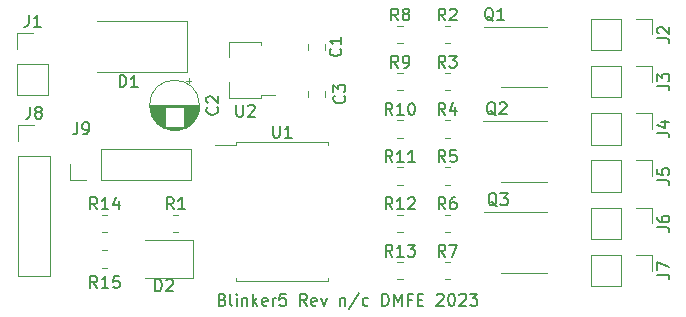
<source format=gbr>
%TF.GenerationSoftware,KiCad,Pcbnew,7.0.9*%
%TF.CreationDate,2023-12-22T17:01:32-08:00*%
%TF.ProjectId,Blinker5,426c696e-6b65-4723-952e-6b696361645f,n/c*%
%TF.SameCoordinates,Original*%
%TF.FileFunction,Legend,Top*%
%TF.FilePolarity,Positive*%
%FSLAX46Y46*%
G04 Gerber Fmt 4.6, Leading zero omitted, Abs format (unit mm)*
G04 Created by KiCad (PCBNEW 7.0.9) date 2023-12-22 17:01:32*
%MOMM*%
%LPD*%
G01*
G04 APERTURE LIST*
%ADD10C,0.150000*%
%ADD11C,0.120000*%
G04 APERTURE END LIST*
D10*
X124970112Y-84446009D02*
X125112969Y-84493628D01*
X125112969Y-84493628D02*
X125160588Y-84541247D01*
X125160588Y-84541247D02*
X125208207Y-84636485D01*
X125208207Y-84636485D02*
X125208207Y-84779342D01*
X125208207Y-84779342D02*
X125160588Y-84874580D01*
X125160588Y-84874580D02*
X125112969Y-84922200D01*
X125112969Y-84922200D02*
X125017731Y-84969819D01*
X125017731Y-84969819D02*
X124636779Y-84969819D01*
X124636779Y-84969819D02*
X124636779Y-83969819D01*
X124636779Y-83969819D02*
X124970112Y-83969819D01*
X124970112Y-83969819D02*
X125065350Y-84017438D01*
X125065350Y-84017438D02*
X125112969Y-84065057D01*
X125112969Y-84065057D02*
X125160588Y-84160295D01*
X125160588Y-84160295D02*
X125160588Y-84255533D01*
X125160588Y-84255533D02*
X125112969Y-84350771D01*
X125112969Y-84350771D02*
X125065350Y-84398390D01*
X125065350Y-84398390D02*
X124970112Y-84446009D01*
X124970112Y-84446009D02*
X124636779Y-84446009D01*
X125779636Y-84969819D02*
X125684398Y-84922200D01*
X125684398Y-84922200D02*
X125636779Y-84826961D01*
X125636779Y-84826961D02*
X125636779Y-83969819D01*
X126160589Y-84969819D02*
X126160589Y-84303152D01*
X126160589Y-83969819D02*
X126112970Y-84017438D01*
X126112970Y-84017438D02*
X126160589Y-84065057D01*
X126160589Y-84065057D02*
X126208208Y-84017438D01*
X126208208Y-84017438D02*
X126160589Y-83969819D01*
X126160589Y-83969819D02*
X126160589Y-84065057D01*
X126636779Y-84303152D02*
X126636779Y-84969819D01*
X126636779Y-84398390D02*
X126684398Y-84350771D01*
X126684398Y-84350771D02*
X126779636Y-84303152D01*
X126779636Y-84303152D02*
X126922493Y-84303152D01*
X126922493Y-84303152D02*
X127017731Y-84350771D01*
X127017731Y-84350771D02*
X127065350Y-84446009D01*
X127065350Y-84446009D02*
X127065350Y-84969819D01*
X127541541Y-84969819D02*
X127541541Y-83969819D01*
X127636779Y-84588866D02*
X127922493Y-84969819D01*
X127922493Y-84303152D02*
X127541541Y-84684104D01*
X128732017Y-84922200D02*
X128636779Y-84969819D01*
X128636779Y-84969819D02*
X128446303Y-84969819D01*
X128446303Y-84969819D02*
X128351065Y-84922200D01*
X128351065Y-84922200D02*
X128303446Y-84826961D01*
X128303446Y-84826961D02*
X128303446Y-84446009D01*
X128303446Y-84446009D02*
X128351065Y-84350771D01*
X128351065Y-84350771D02*
X128446303Y-84303152D01*
X128446303Y-84303152D02*
X128636779Y-84303152D01*
X128636779Y-84303152D02*
X128732017Y-84350771D01*
X128732017Y-84350771D02*
X128779636Y-84446009D01*
X128779636Y-84446009D02*
X128779636Y-84541247D01*
X128779636Y-84541247D02*
X128303446Y-84636485D01*
X129208208Y-84969819D02*
X129208208Y-84303152D01*
X129208208Y-84493628D02*
X129255827Y-84398390D01*
X129255827Y-84398390D02*
X129303446Y-84350771D01*
X129303446Y-84350771D02*
X129398684Y-84303152D01*
X129398684Y-84303152D02*
X129493922Y-84303152D01*
X130303446Y-83969819D02*
X129827256Y-83969819D01*
X129827256Y-83969819D02*
X129779637Y-84446009D01*
X129779637Y-84446009D02*
X129827256Y-84398390D01*
X129827256Y-84398390D02*
X129922494Y-84350771D01*
X129922494Y-84350771D02*
X130160589Y-84350771D01*
X130160589Y-84350771D02*
X130255827Y-84398390D01*
X130255827Y-84398390D02*
X130303446Y-84446009D01*
X130303446Y-84446009D02*
X130351065Y-84541247D01*
X130351065Y-84541247D02*
X130351065Y-84779342D01*
X130351065Y-84779342D02*
X130303446Y-84874580D01*
X130303446Y-84874580D02*
X130255827Y-84922200D01*
X130255827Y-84922200D02*
X130160589Y-84969819D01*
X130160589Y-84969819D02*
X129922494Y-84969819D01*
X129922494Y-84969819D02*
X129827256Y-84922200D01*
X129827256Y-84922200D02*
X129779637Y-84874580D01*
X132112970Y-84969819D02*
X131779637Y-84493628D01*
X131541542Y-84969819D02*
X131541542Y-83969819D01*
X131541542Y-83969819D02*
X131922494Y-83969819D01*
X131922494Y-83969819D02*
X132017732Y-84017438D01*
X132017732Y-84017438D02*
X132065351Y-84065057D01*
X132065351Y-84065057D02*
X132112970Y-84160295D01*
X132112970Y-84160295D02*
X132112970Y-84303152D01*
X132112970Y-84303152D02*
X132065351Y-84398390D01*
X132065351Y-84398390D02*
X132017732Y-84446009D01*
X132017732Y-84446009D02*
X131922494Y-84493628D01*
X131922494Y-84493628D02*
X131541542Y-84493628D01*
X132922494Y-84922200D02*
X132827256Y-84969819D01*
X132827256Y-84969819D02*
X132636780Y-84969819D01*
X132636780Y-84969819D02*
X132541542Y-84922200D01*
X132541542Y-84922200D02*
X132493923Y-84826961D01*
X132493923Y-84826961D02*
X132493923Y-84446009D01*
X132493923Y-84446009D02*
X132541542Y-84350771D01*
X132541542Y-84350771D02*
X132636780Y-84303152D01*
X132636780Y-84303152D02*
X132827256Y-84303152D01*
X132827256Y-84303152D02*
X132922494Y-84350771D01*
X132922494Y-84350771D02*
X132970113Y-84446009D01*
X132970113Y-84446009D02*
X132970113Y-84541247D01*
X132970113Y-84541247D02*
X132493923Y-84636485D01*
X133303447Y-84303152D02*
X133541542Y-84969819D01*
X133541542Y-84969819D02*
X133779637Y-84303152D01*
X134922495Y-84303152D02*
X134922495Y-84969819D01*
X134922495Y-84398390D02*
X134970114Y-84350771D01*
X134970114Y-84350771D02*
X135065352Y-84303152D01*
X135065352Y-84303152D02*
X135208209Y-84303152D01*
X135208209Y-84303152D02*
X135303447Y-84350771D01*
X135303447Y-84350771D02*
X135351066Y-84446009D01*
X135351066Y-84446009D02*
X135351066Y-84969819D01*
X136541542Y-83922200D02*
X135684400Y-85207914D01*
X137303447Y-84922200D02*
X137208209Y-84969819D01*
X137208209Y-84969819D02*
X137017733Y-84969819D01*
X137017733Y-84969819D02*
X136922495Y-84922200D01*
X136922495Y-84922200D02*
X136874876Y-84874580D01*
X136874876Y-84874580D02*
X136827257Y-84779342D01*
X136827257Y-84779342D02*
X136827257Y-84493628D01*
X136827257Y-84493628D02*
X136874876Y-84398390D01*
X136874876Y-84398390D02*
X136922495Y-84350771D01*
X136922495Y-84350771D02*
X137017733Y-84303152D01*
X137017733Y-84303152D02*
X137208209Y-84303152D01*
X137208209Y-84303152D02*
X137303447Y-84350771D01*
X138493924Y-84969819D02*
X138493924Y-83969819D01*
X138493924Y-83969819D02*
X138732019Y-83969819D01*
X138732019Y-83969819D02*
X138874876Y-84017438D01*
X138874876Y-84017438D02*
X138970114Y-84112676D01*
X138970114Y-84112676D02*
X139017733Y-84207914D01*
X139017733Y-84207914D02*
X139065352Y-84398390D01*
X139065352Y-84398390D02*
X139065352Y-84541247D01*
X139065352Y-84541247D02*
X139017733Y-84731723D01*
X139017733Y-84731723D02*
X138970114Y-84826961D01*
X138970114Y-84826961D02*
X138874876Y-84922200D01*
X138874876Y-84922200D02*
X138732019Y-84969819D01*
X138732019Y-84969819D02*
X138493924Y-84969819D01*
X139493924Y-84969819D02*
X139493924Y-83969819D01*
X139493924Y-83969819D02*
X139827257Y-84684104D01*
X139827257Y-84684104D02*
X140160590Y-83969819D01*
X140160590Y-83969819D02*
X140160590Y-84969819D01*
X140970114Y-84446009D02*
X140636781Y-84446009D01*
X140636781Y-84969819D02*
X140636781Y-83969819D01*
X140636781Y-83969819D02*
X141112971Y-83969819D01*
X141493924Y-84446009D02*
X141827257Y-84446009D01*
X141970114Y-84969819D02*
X141493924Y-84969819D01*
X141493924Y-84969819D02*
X141493924Y-83969819D01*
X141493924Y-83969819D02*
X141970114Y-83969819D01*
X143112972Y-84065057D02*
X143160591Y-84017438D01*
X143160591Y-84017438D02*
X143255829Y-83969819D01*
X143255829Y-83969819D02*
X143493924Y-83969819D01*
X143493924Y-83969819D02*
X143589162Y-84017438D01*
X143589162Y-84017438D02*
X143636781Y-84065057D01*
X143636781Y-84065057D02*
X143684400Y-84160295D01*
X143684400Y-84160295D02*
X143684400Y-84255533D01*
X143684400Y-84255533D02*
X143636781Y-84398390D01*
X143636781Y-84398390D02*
X143065353Y-84969819D01*
X143065353Y-84969819D02*
X143684400Y-84969819D01*
X144303448Y-83969819D02*
X144398686Y-83969819D01*
X144398686Y-83969819D02*
X144493924Y-84017438D01*
X144493924Y-84017438D02*
X144541543Y-84065057D01*
X144541543Y-84065057D02*
X144589162Y-84160295D01*
X144589162Y-84160295D02*
X144636781Y-84350771D01*
X144636781Y-84350771D02*
X144636781Y-84588866D01*
X144636781Y-84588866D02*
X144589162Y-84779342D01*
X144589162Y-84779342D02*
X144541543Y-84874580D01*
X144541543Y-84874580D02*
X144493924Y-84922200D01*
X144493924Y-84922200D02*
X144398686Y-84969819D01*
X144398686Y-84969819D02*
X144303448Y-84969819D01*
X144303448Y-84969819D02*
X144208210Y-84922200D01*
X144208210Y-84922200D02*
X144160591Y-84874580D01*
X144160591Y-84874580D02*
X144112972Y-84779342D01*
X144112972Y-84779342D02*
X144065353Y-84588866D01*
X144065353Y-84588866D02*
X144065353Y-84350771D01*
X144065353Y-84350771D02*
X144112972Y-84160295D01*
X144112972Y-84160295D02*
X144160591Y-84065057D01*
X144160591Y-84065057D02*
X144208210Y-84017438D01*
X144208210Y-84017438D02*
X144303448Y-83969819D01*
X145017734Y-84065057D02*
X145065353Y-84017438D01*
X145065353Y-84017438D02*
X145160591Y-83969819D01*
X145160591Y-83969819D02*
X145398686Y-83969819D01*
X145398686Y-83969819D02*
X145493924Y-84017438D01*
X145493924Y-84017438D02*
X145541543Y-84065057D01*
X145541543Y-84065057D02*
X145589162Y-84160295D01*
X145589162Y-84160295D02*
X145589162Y-84255533D01*
X145589162Y-84255533D02*
X145541543Y-84398390D01*
X145541543Y-84398390D02*
X144970115Y-84969819D01*
X144970115Y-84969819D02*
X145589162Y-84969819D01*
X145922496Y-83969819D02*
X146541543Y-83969819D01*
X146541543Y-83969819D02*
X146208210Y-84350771D01*
X146208210Y-84350771D02*
X146351067Y-84350771D01*
X146351067Y-84350771D02*
X146446305Y-84398390D01*
X146446305Y-84398390D02*
X146493924Y-84446009D01*
X146493924Y-84446009D02*
X146541543Y-84541247D01*
X146541543Y-84541247D02*
X146541543Y-84779342D01*
X146541543Y-84779342D02*
X146493924Y-84874580D01*
X146493924Y-84874580D02*
X146446305Y-84922200D01*
X146446305Y-84922200D02*
X146351067Y-84969819D01*
X146351067Y-84969819D02*
X146065353Y-84969819D01*
X146065353Y-84969819D02*
X145970115Y-84922200D01*
X145970115Y-84922200D02*
X145922496Y-84874580D01*
X126138095Y-67954819D02*
X126138095Y-68764342D01*
X126138095Y-68764342D02*
X126185714Y-68859580D01*
X126185714Y-68859580D02*
X126233333Y-68907200D01*
X126233333Y-68907200D02*
X126328571Y-68954819D01*
X126328571Y-68954819D02*
X126519047Y-68954819D01*
X126519047Y-68954819D02*
X126614285Y-68907200D01*
X126614285Y-68907200D02*
X126661904Y-68859580D01*
X126661904Y-68859580D02*
X126709523Y-68764342D01*
X126709523Y-68764342D02*
X126709523Y-67954819D01*
X127138095Y-68050057D02*
X127185714Y-68002438D01*
X127185714Y-68002438D02*
X127280952Y-67954819D01*
X127280952Y-67954819D02*
X127519047Y-67954819D01*
X127519047Y-67954819D02*
X127614285Y-68002438D01*
X127614285Y-68002438D02*
X127661904Y-68050057D01*
X127661904Y-68050057D02*
X127709523Y-68145295D01*
X127709523Y-68145295D02*
X127709523Y-68240533D01*
X127709523Y-68240533D02*
X127661904Y-68383390D01*
X127661904Y-68383390D02*
X127090476Y-68954819D01*
X127090476Y-68954819D02*
X127709523Y-68954819D01*
X129238095Y-69734819D02*
X129238095Y-70544342D01*
X129238095Y-70544342D02*
X129285714Y-70639580D01*
X129285714Y-70639580D02*
X129333333Y-70687200D01*
X129333333Y-70687200D02*
X129428571Y-70734819D01*
X129428571Y-70734819D02*
X129619047Y-70734819D01*
X129619047Y-70734819D02*
X129714285Y-70687200D01*
X129714285Y-70687200D02*
X129761904Y-70639580D01*
X129761904Y-70639580D02*
X129809523Y-70544342D01*
X129809523Y-70544342D02*
X129809523Y-69734819D01*
X130809523Y-70734819D02*
X130238095Y-70734819D01*
X130523809Y-70734819D02*
X130523809Y-69734819D01*
X130523809Y-69734819D02*
X130428571Y-69877676D01*
X130428571Y-69877676D02*
X130333333Y-69972914D01*
X130333333Y-69972914D02*
X130238095Y-70020533D01*
X114357142Y-83454819D02*
X114023809Y-82978628D01*
X113785714Y-83454819D02*
X113785714Y-82454819D01*
X113785714Y-82454819D02*
X114166666Y-82454819D01*
X114166666Y-82454819D02*
X114261904Y-82502438D01*
X114261904Y-82502438D02*
X114309523Y-82550057D01*
X114309523Y-82550057D02*
X114357142Y-82645295D01*
X114357142Y-82645295D02*
X114357142Y-82788152D01*
X114357142Y-82788152D02*
X114309523Y-82883390D01*
X114309523Y-82883390D02*
X114261904Y-82931009D01*
X114261904Y-82931009D02*
X114166666Y-82978628D01*
X114166666Y-82978628D02*
X113785714Y-82978628D01*
X115309523Y-83454819D02*
X114738095Y-83454819D01*
X115023809Y-83454819D02*
X115023809Y-82454819D01*
X115023809Y-82454819D02*
X114928571Y-82597676D01*
X114928571Y-82597676D02*
X114833333Y-82692914D01*
X114833333Y-82692914D02*
X114738095Y-82740533D01*
X116214285Y-82454819D02*
X115738095Y-82454819D01*
X115738095Y-82454819D02*
X115690476Y-82931009D01*
X115690476Y-82931009D02*
X115738095Y-82883390D01*
X115738095Y-82883390D02*
X115833333Y-82835771D01*
X115833333Y-82835771D02*
X116071428Y-82835771D01*
X116071428Y-82835771D02*
X116166666Y-82883390D01*
X116166666Y-82883390D02*
X116214285Y-82931009D01*
X116214285Y-82931009D02*
X116261904Y-83026247D01*
X116261904Y-83026247D02*
X116261904Y-83264342D01*
X116261904Y-83264342D02*
X116214285Y-83359580D01*
X116214285Y-83359580D02*
X116166666Y-83407200D01*
X116166666Y-83407200D02*
X116071428Y-83454819D01*
X116071428Y-83454819D02*
X115833333Y-83454819D01*
X115833333Y-83454819D02*
X115738095Y-83407200D01*
X115738095Y-83407200D02*
X115690476Y-83359580D01*
X114357142Y-76804819D02*
X114023809Y-76328628D01*
X113785714Y-76804819D02*
X113785714Y-75804819D01*
X113785714Y-75804819D02*
X114166666Y-75804819D01*
X114166666Y-75804819D02*
X114261904Y-75852438D01*
X114261904Y-75852438D02*
X114309523Y-75900057D01*
X114309523Y-75900057D02*
X114357142Y-75995295D01*
X114357142Y-75995295D02*
X114357142Y-76138152D01*
X114357142Y-76138152D02*
X114309523Y-76233390D01*
X114309523Y-76233390D02*
X114261904Y-76281009D01*
X114261904Y-76281009D02*
X114166666Y-76328628D01*
X114166666Y-76328628D02*
X113785714Y-76328628D01*
X115309523Y-76804819D02*
X114738095Y-76804819D01*
X115023809Y-76804819D02*
X115023809Y-75804819D01*
X115023809Y-75804819D02*
X114928571Y-75947676D01*
X114928571Y-75947676D02*
X114833333Y-76042914D01*
X114833333Y-76042914D02*
X114738095Y-76090533D01*
X116166666Y-76138152D02*
X116166666Y-76804819D01*
X115928571Y-75757200D02*
X115690476Y-76471485D01*
X115690476Y-76471485D02*
X116309523Y-76471485D01*
X139357142Y-80804819D02*
X139023809Y-80328628D01*
X138785714Y-80804819D02*
X138785714Y-79804819D01*
X138785714Y-79804819D02*
X139166666Y-79804819D01*
X139166666Y-79804819D02*
X139261904Y-79852438D01*
X139261904Y-79852438D02*
X139309523Y-79900057D01*
X139309523Y-79900057D02*
X139357142Y-79995295D01*
X139357142Y-79995295D02*
X139357142Y-80138152D01*
X139357142Y-80138152D02*
X139309523Y-80233390D01*
X139309523Y-80233390D02*
X139261904Y-80281009D01*
X139261904Y-80281009D02*
X139166666Y-80328628D01*
X139166666Y-80328628D02*
X138785714Y-80328628D01*
X140309523Y-80804819D02*
X139738095Y-80804819D01*
X140023809Y-80804819D02*
X140023809Y-79804819D01*
X140023809Y-79804819D02*
X139928571Y-79947676D01*
X139928571Y-79947676D02*
X139833333Y-80042914D01*
X139833333Y-80042914D02*
X139738095Y-80090533D01*
X140642857Y-79804819D02*
X141261904Y-79804819D01*
X141261904Y-79804819D02*
X140928571Y-80185771D01*
X140928571Y-80185771D02*
X141071428Y-80185771D01*
X141071428Y-80185771D02*
X141166666Y-80233390D01*
X141166666Y-80233390D02*
X141214285Y-80281009D01*
X141214285Y-80281009D02*
X141261904Y-80376247D01*
X141261904Y-80376247D02*
X141261904Y-80614342D01*
X141261904Y-80614342D02*
X141214285Y-80709580D01*
X141214285Y-80709580D02*
X141166666Y-80757200D01*
X141166666Y-80757200D02*
X141071428Y-80804819D01*
X141071428Y-80804819D02*
X140785714Y-80804819D01*
X140785714Y-80804819D02*
X140690476Y-80757200D01*
X140690476Y-80757200D02*
X140642857Y-80709580D01*
X139357142Y-76804819D02*
X139023809Y-76328628D01*
X138785714Y-76804819D02*
X138785714Y-75804819D01*
X138785714Y-75804819D02*
X139166666Y-75804819D01*
X139166666Y-75804819D02*
X139261904Y-75852438D01*
X139261904Y-75852438D02*
X139309523Y-75900057D01*
X139309523Y-75900057D02*
X139357142Y-75995295D01*
X139357142Y-75995295D02*
X139357142Y-76138152D01*
X139357142Y-76138152D02*
X139309523Y-76233390D01*
X139309523Y-76233390D02*
X139261904Y-76281009D01*
X139261904Y-76281009D02*
X139166666Y-76328628D01*
X139166666Y-76328628D02*
X138785714Y-76328628D01*
X140309523Y-76804819D02*
X139738095Y-76804819D01*
X140023809Y-76804819D02*
X140023809Y-75804819D01*
X140023809Y-75804819D02*
X139928571Y-75947676D01*
X139928571Y-75947676D02*
X139833333Y-76042914D01*
X139833333Y-76042914D02*
X139738095Y-76090533D01*
X140690476Y-75900057D02*
X140738095Y-75852438D01*
X140738095Y-75852438D02*
X140833333Y-75804819D01*
X140833333Y-75804819D02*
X141071428Y-75804819D01*
X141071428Y-75804819D02*
X141166666Y-75852438D01*
X141166666Y-75852438D02*
X141214285Y-75900057D01*
X141214285Y-75900057D02*
X141261904Y-75995295D01*
X141261904Y-75995295D02*
X141261904Y-76090533D01*
X141261904Y-76090533D02*
X141214285Y-76233390D01*
X141214285Y-76233390D02*
X140642857Y-76804819D01*
X140642857Y-76804819D02*
X141261904Y-76804819D01*
X139357142Y-72804819D02*
X139023809Y-72328628D01*
X138785714Y-72804819D02*
X138785714Y-71804819D01*
X138785714Y-71804819D02*
X139166666Y-71804819D01*
X139166666Y-71804819D02*
X139261904Y-71852438D01*
X139261904Y-71852438D02*
X139309523Y-71900057D01*
X139309523Y-71900057D02*
X139357142Y-71995295D01*
X139357142Y-71995295D02*
X139357142Y-72138152D01*
X139357142Y-72138152D02*
X139309523Y-72233390D01*
X139309523Y-72233390D02*
X139261904Y-72281009D01*
X139261904Y-72281009D02*
X139166666Y-72328628D01*
X139166666Y-72328628D02*
X138785714Y-72328628D01*
X140309523Y-72804819D02*
X139738095Y-72804819D01*
X140023809Y-72804819D02*
X140023809Y-71804819D01*
X140023809Y-71804819D02*
X139928571Y-71947676D01*
X139928571Y-71947676D02*
X139833333Y-72042914D01*
X139833333Y-72042914D02*
X139738095Y-72090533D01*
X141261904Y-72804819D02*
X140690476Y-72804819D01*
X140976190Y-72804819D02*
X140976190Y-71804819D01*
X140976190Y-71804819D02*
X140880952Y-71947676D01*
X140880952Y-71947676D02*
X140785714Y-72042914D01*
X140785714Y-72042914D02*
X140690476Y-72090533D01*
X139357142Y-68804819D02*
X139023809Y-68328628D01*
X138785714Y-68804819D02*
X138785714Y-67804819D01*
X138785714Y-67804819D02*
X139166666Y-67804819D01*
X139166666Y-67804819D02*
X139261904Y-67852438D01*
X139261904Y-67852438D02*
X139309523Y-67900057D01*
X139309523Y-67900057D02*
X139357142Y-67995295D01*
X139357142Y-67995295D02*
X139357142Y-68138152D01*
X139357142Y-68138152D02*
X139309523Y-68233390D01*
X139309523Y-68233390D02*
X139261904Y-68281009D01*
X139261904Y-68281009D02*
X139166666Y-68328628D01*
X139166666Y-68328628D02*
X138785714Y-68328628D01*
X140309523Y-68804819D02*
X139738095Y-68804819D01*
X140023809Y-68804819D02*
X140023809Y-67804819D01*
X140023809Y-67804819D02*
X139928571Y-67947676D01*
X139928571Y-67947676D02*
X139833333Y-68042914D01*
X139833333Y-68042914D02*
X139738095Y-68090533D01*
X140928571Y-67804819D02*
X141023809Y-67804819D01*
X141023809Y-67804819D02*
X141119047Y-67852438D01*
X141119047Y-67852438D02*
X141166666Y-67900057D01*
X141166666Y-67900057D02*
X141214285Y-67995295D01*
X141214285Y-67995295D02*
X141261904Y-68185771D01*
X141261904Y-68185771D02*
X141261904Y-68423866D01*
X141261904Y-68423866D02*
X141214285Y-68614342D01*
X141214285Y-68614342D02*
X141166666Y-68709580D01*
X141166666Y-68709580D02*
X141119047Y-68757200D01*
X141119047Y-68757200D02*
X141023809Y-68804819D01*
X141023809Y-68804819D02*
X140928571Y-68804819D01*
X140928571Y-68804819D02*
X140833333Y-68757200D01*
X140833333Y-68757200D02*
X140785714Y-68709580D01*
X140785714Y-68709580D02*
X140738095Y-68614342D01*
X140738095Y-68614342D02*
X140690476Y-68423866D01*
X140690476Y-68423866D02*
X140690476Y-68185771D01*
X140690476Y-68185771D02*
X140738095Y-67995295D01*
X140738095Y-67995295D02*
X140785714Y-67900057D01*
X140785714Y-67900057D02*
X140833333Y-67852438D01*
X140833333Y-67852438D02*
X140928571Y-67804819D01*
X139833333Y-64804819D02*
X139500000Y-64328628D01*
X139261905Y-64804819D02*
X139261905Y-63804819D01*
X139261905Y-63804819D02*
X139642857Y-63804819D01*
X139642857Y-63804819D02*
X139738095Y-63852438D01*
X139738095Y-63852438D02*
X139785714Y-63900057D01*
X139785714Y-63900057D02*
X139833333Y-63995295D01*
X139833333Y-63995295D02*
X139833333Y-64138152D01*
X139833333Y-64138152D02*
X139785714Y-64233390D01*
X139785714Y-64233390D02*
X139738095Y-64281009D01*
X139738095Y-64281009D02*
X139642857Y-64328628D01*
X139642857Y-64328628D02*
X139261905Y-64328628D01*
X140309524Y-64804819D02*
X140500000Y-64804819D01*
X140500000Y-64804819D02*
X140595238Y-64757200D01*
X140595238Y-64757200D02*
X140642857Y-64709580D01*
X140642857Y-64709580D02*
X140738095Y-64566723D01*
X140738095Y-64566723D02*
X140785714Y-64376247D01*
X140785714Y-64376247D02*
X140785714Y-63995295D01*
X140785714Y-63995295D02*
X140738095Y-63900057D01*
X140738095Y-63900057D02*
X140690476Y-63852438D01*
X140690476Y-63852438D02*
X140595238Y-63804819D01*
X140595238Y-63804819D02*
X140404762Y-63804819D01*
X140404762Y-63804819D02*
X140309524Y-63852438D01*
X140309524Y-63852438D02*
X140261905Y-63900057D01*
X140261905Y-63900057D02*
X140214286Y-63995295D01*
X140214286Y-63995295D02*
X140214286Y-64233390D01*
X140214286Y-64233390D02*
X140261905Y-64328628D01*
X140261905Y-64328628D02*
X140309524Y-64376247D01*
X140309524Y-64376247D02*
X140404762Y-64423866D01*
X140404762Y-64423866D02*
X140595238Y-64423866D01*
X140595238Y-64423866D02*
X140690476Y-64376247D01*
X140690476Y-64376247D02*
X140738095Y-64328628D01*
X140738095Y-64328628D02*
X140785714Y-64233390D01*
X139833333Y-60804819D02*
X139500000Y-60328628D01*
X139261905Y-60804819D02*
X139261905Y-59804819D01*
X139261905Y-59804819D02*
X139642857Y-59804819D01*
X139642857Y-59804819D02*
X139738095Y-59852438D01*
X139738095Y-59852438D02*
X139785714Y-59900057D01*
X139785714Y-59900057D02*
X139833333Y-59995295D01*
X139833333Y-59995295D02*
X139833333Y-60138152D01*
X139833333Y-60138152D02*
X139785714Y-60233390D01*
X139785714Y-60233390D02*
X139738095Y-60281009D01*
X139738095Y-60281009D02*
X139642857Y-60328628D01*
X139642857Y-60328628D02*
X139261905Y-60328628D01*
X140404762Y-60233390D02*
X140309524Y-60185771D01*
X140309524Y-60185771D02*
X140261905Y-60138152D01*
X140261905Y-60138152D02*
X140214286Y-60042914D01*
X140214286Y-60042914D02*
X140214286Y-59995295D01*
X140214286Y-59995295D02*
X140261905Y-59900057D01*
X140261905Y-59900057D02*
X140309524Y-59852438D01*
X140309524Y-59852438D02*
X140404762Y-59804819D01*
X140404762Y-59804819D02*
X140595238Y-59804819D01*
X140595238Y-59804819D02*
X140690476Y-59852438D01*
X140690476Y-59852438D02*
X140738095Y-59900057D01*
X140738095Y-59900057D02*
X140785714Y-59995295D01*
X140785714Y-59995295D02*
X140785714Y-60042914D01*
X140785714Y-60042914D02*
X140738095Y-60138152D01*
X140738095Y-60138152D02*
X140690476Y-60185771D01*
X140690476Y-60185771D02*
X140595238Y-60233390D01*
X140595238Y-60233390D02*
X140404762Y-60233390D01*
X140404762Y-60233390D02*
X140309524Y-60281009D01*
X140309524Y-60281009D02*
X140261905Y-60328628D01*
X140261905Y-60328628D02*
X140214286Y-60423866D01*
X140214286Y-60423866D02*
X140214286Y-60614342D01*
X140214286Y-60614342D02*
X140261905Y-60709580D01*
X140261905Y-60709580D02*
X140309524Y-60757200D01*
X140309524Y-60757200D02*
X140404762Y-60804819D01*
X140404762Y-60804819D02*
X140595238Y-60804819D01*
X140595238Y-60804819D02*
X140690476Y-60757200D01*
X140690476Y-60757200D02*
X140738095Y-60709580D01*
X140738095Y-60709580D02*
X140785714Y-60614342D01*
X140785714Y-60614342D02*
X140785714Y-60423866D01*
X140785714Y-60423866D02*
X140738095Y-60328628D01*
X140738095Y-60328628D02*
X140690476Y-60281009D01*
X140690476Y-60281009D02*
X140595238Y-60233390D01*
X143833333Y-80804819D02*
X143500000Y-80328628D01*
X143261905Y-80804819D02*
X143261905Y-79804819D01*
X143261905Y-79804819D02*
X143642857Y-79804819D01*
X143642857Y-79804819D02*
X143738095Y-79852438D01*
X143738095Y-79852438D02*
X143785714Y-79900057D01*
X143785714Y-79900057D02*
X143833333Y-79995295D01*
X143833333Y-79995295D02*
X143833333Y-80138152D01*
X143833333Y-80138152D02*
X143785714Y-80233390D01*
X143785714Y-80233390D02*
X143738095Y-80281009D01*
X143738095Y-80281009D02*
X143642857Y-80328628D01*
X143642857Y-80328628D02*
X143261905Y-80328628D01*
X144166667Y-79804819D02*
X144833333Y-79804819D01*
X144833333Y-79804819D02*
X144404762Y-80804819D01*
X143833333Y-76804819D02*
X143500000Y-76328628D01*
X143261905Y-76804819D02*
X143261905Y-75804819D01*
X143261905Y-75804819D02*
X143642857Y-75804819D01*
X143642857Y-75804819D02*
X143738095Y-75852438D01*
X143738095Y-75852438D02*
X143785714Y-75900057D01*
X143785714Y-75900057D02*
X143833333Y-75995295D01*
X143833333Y-75995295D02*
X143833333Y-76138152D01*
X143833333Y-76138152D02*
X143785714Y-76233390D01*
X143785714Y-76233390D02*
X143738095Y-76281009D01*
X143738095Y-76281009D02*
X143642857Y-76328628D01*
X143642857Y-76328628D02*
X143261905Y-76328628D01*
X144690476Y-75804819D02*
X144500000Y-75804819D01*
X144500000Y-75804819D02*
X144404762Y-75852438D01*
X144404762Y-75852438D02*
X144357143Y-75900057D01*
X144357143Y-75900057D02*
X144261905Y-76042914D01*
X144261905Y-76042914D02*
X144214286Y-76233390D01*
X144214286Y-76233390D02*
X144214286Y-76614342D01*
X144214286Y-76614342D02*
X144261905Y-76709580D01*
X144261905Y-76709580D02*
X144309524Y-76757200D01*
X144309524Y-76757200D02*
X144404762Y-76804819D01*
X144404762Y-76804819D02*
X144595238Y-76804819D01*
X144595238Y-76804819D02*
X144690476Y-76757200D01*
X144690476Y-76757200D02*
X144738095Y-76709580D01*
X144738095Y-76709580D02*
X144785714Y-76614342D01*
X144785714Y-76614342D02*
X144785714Y-76376247D01*
X144785714Y-76376247D02*
X144738095Y-76281009D01*
X144738095Y-76281009D02*
X144690476Y-76233390D01*
X144690476Y-76233390D02*
X144595238Y-76185771D01*
X144595238Y-76185771D02*
X144404762Y-76185771D01*
X144404762Y-76185771D02*
X144309524Y-76233390D01*
X144309524Y-76233390D02*
X144261905Y-76281009D01*
X144261905Y-76281009D02*
X144214286Y-76376247D01*
X143833333Y-72804819D02*
X143500000Y-72328628D01*
X143261905Y-72804819D02*
X143261905Y-71804819D01*
X143261905Y-71804819D02*
X143642857Y-71804819D01*
X143642857Y-71804819D02*
X143738095Y-71852438D01*
X143738095Y-71852438D02*
X143785714Y-71900057D01*
X143785714Y-71900057D02*
X143833333Y-71995295D01*
X143833333Y-71995295D02*
X143833333Y-72138152D01*
X143833333Y-72138152D02*
X143785714Y-72233390D01*
X143785714Y-72233390D02*
X143738095Y-72281009D01*
X143738095Y-72281009D02*
X143642857Y-72328628D01*
X143642857Y-72328628D02*
X143261905Y-72328628D01*
X144738095Y-71804819D02*
X144261905Y-71804819D01*
X144261905Y-71804819D02*
X144214286Y-72281009D01*
X144214286Y-72281009D02*
X144261905Y-72233390D01*
X144261905Y-72233390D02*
X144357143Y-72185771D01*
X144357143Y-72185771D02*
X144595238Y-72185771D01*
X144595238Y-72185771D02*
X144690476Y-72233390D01*
X144690476Y-72233390D02*
X144738095Y-72281009D01*
X144738095Y-72281009D02*
X144785714Y-72376247D01*
X144785714Y-72376247D02*
X144785714Y-72614342D01*
X144785714Y-72614342D02*
X144738095Y-72709580D01*
X144738095Y-72709580D02*
X144690476Y-72757200D01*
X144690476Y-72757200D02*
X144595238Y-72804819D01*
X144595238Y-72804819D02*
X144357143Y-72804819D01*
X144357143Y-72804819D02*
X144261905Y-72757200D01*
X144261905Y-72757200D02*
X144214286Y-72709580D01*
X143833333Y-68804819D02*
X143500000Y-68328628D01*
X143261905Y-68804819D02*
X143261905Y-67804819D01*
X143261905Y-67804819D02*
X143642857Y-67804819D01*
X143642857Y-67804819D02*
X143738095Y-67852438D01*
X143738095Y-67852438D02*
X143785714Y-67900057D01*
X143785714Y-67900057D02*
X143833333Y-67995295D01*
X143833333Y-67995295D02*
X143833333Y-68138152D01*
X143833333Y-68138152D02*
X143785714Y-68233390D01*
X143785714Y-68233390D02*
X143738095Y-68281009D01*
X143738095Y-68281009D02*
X143642857Y-68328628D01*
X143642857Y-68328628D02*
X143261905Y-68328628D01*
X144690476Y-68138152D02*
X144690476Y-68804819D01*
X144452381Y-67757200D02*
X144214286Y-68471485D01*
X144214286Y-68471485D02*
X144833333Y-68471485D01*
X143833333Y-64804819D02*
X143500000Y-64328628D01*
X143261905Y-64804819D02*
X143261905Y-63804819D01*
X143261905Y-63804819D02*
X143642857Y-63804819D01*
X143642857Y-63804819D02*
X143738095Y-63852438D01*
X143738095Y-63852438D02*
X143785714Y-63900057D01*
X143785714Y-63900057D02*
X143833333Y-63995295D01*
X143833333Y-63995295D02*
X143833333Y-64138152D01*
X143833333Y-64138152D02*
X143785714Y-64233390D01*
X143785714Y-64233390D02*
X143738095Y-64281009D01*
X143738095Y-64281009D02*
X143642857Y-64328628D01*
X143642857Y-64328628D02*
X143261905Y-64328628D01*
X144166667Y-63804819D02*
X144785714Y-63804819D01*
X144785714Y-63804819D02*
X144452381Y-64185771D01*
X144452381Y-64185771D02*
X144595238Y-64185771D01*
X144595238Y-64185771D02*
X144690476Y-64233390D01*
X144690476Y-64233390D02*
X144738095Y-64281009D01*
X144738095Y-64281009D02*
X144785714Y-64376247D01*
X144785714Y-64376247D02*
X144785714Y-64614342D01*
X144785714Y-64614342D02*
X144738095Y-64709580D01*
X144738095Y-64709580D02*
X144690476Y-64757200D01*
X144690476Y-64757200D02*
X144595238Y-64804819D01*
X144595238Y-64804819D02*
X144309524Y-64804819D01*
X144309524Y-64804819D02*
X144214286Y-64757200D01*
X144214286Y-64757200D02*
X144166667Y-64709580D01*
X143833333Y-60804819D02*
X143500000Y-60328628D01*
X143261905Y-60804819D02*
X143261905Y-59804819D01*
X143261905Y-59804819D02*
X143642857Y-59804819D01*
X143642857Y-59804819D02*
X143738095Y-59852438D01*
X143738095Y-59852438D02*
X143785714Y-59900057D01*
X143785714Y-59900057D02*
X143833333Y-59995295D01*
X143833333Y-59995295D02*
X143833333Y-60138152D01*
X143833333Y-60138152D02*
X143785714Y-60233390D01*
X143785714Y-60233390D02*
X143738095Y-60281009D01*
X143738095Y-60281009D02*
X143642857Y-60328628D01*
X143642857Y-60328628D02*
X143261905Y-60328628D01*
X144214286Y-59900057D02*
X144261905Y-59852438D01*
X144261905Y-59852438D02*
X144357143Y-59804819D01*
X144357143Y-59804819D02*
X144595238Y-59804819D01*
X144595238Y-59804819D02*
X144690476Y-59852438D01*
X144690476Y-59852438D02*
X144738095Y-59900057D01*
X144738095Y-59900057D02*
X144785714Y-59995295D01*
X144785714Y-59995295D02*
X144785714Y-60090533D01*
X144785714Y-60090533D02*
X144738095Y-60233390D01*
X144738095Y-60233390D02*
X144166667Y-60804819D01*
X144166667Y-60804819D02*
X144785714Y-60804819D01*
X120833333Y-76804819D02*
X120500000Y-76328628D01*
X120261905Y-76804819D02*
X120261905Y-75804819D01*
X120261905Y-75804819D02*
X120642857Y-75804819D01*
X120642857Y-75804819D02*
X120738095Y-75852438D01*
X120738095Y-75852438D02*
X120785714Y-75900057D01*
X120785714Y-75900057D02*
X120833333Y-75995295D01*
X120833333Y-75995295D02*
X120833333Y-76138152D01*
X120833333Y-76138152D02*
X120785714Y-76233390D01*
X120785714Y-76233390D02*
X120738095Y-76281009D01*
X120738095Y-76281009D02*
X120642857Y-76328628D01*
X120642857Y-76328628D02*
X120261905Y-76328628D01*
X121785714Y-76804819D02*
X121214286Y-76804819D01*
X121500000Y-76804819D02*
X121500000Y-75804819D01*
X121500000Y-75804819D02*
X121404762Y-75947676D01*
X121404762Y-75947676D02*
X121309524Y-76042914D01*
X121309524Y-76042914D02*
X121214286Y-76090533D01*
X148204761Y-76550057D02*
X148109523Y-76502438D01*
X148109523Y-76502438D02*
X148014285Y-76407200D01*
X148014285Y-76407200D02*
X147871428Y-76264342D01*
X147871428Y-76264342D02*
X147776190Y-76216723D01*
X147776190Y-76216723D02*
X147680952Y-76216723D01*
X147728571Y-76454819D02*
X147633333Y-76407200D01*
X147633333Y-76407200D02*
X147538095Y-76311961D01*
X147538095Y-76311961D02*
X147490476Y-76121485D01*
X147490476Y-76121485D02*
X147490476Y-75788152D01*
X147490476Y-75788152D02*
X147538095Y-75597676D01*
X147538095Y-75597676D02*
X147633333Y-75502438D01*
X147633333Y-75502438D02*
X147728571Y-75454819D01*
X147728571Y-75454819D02*
X147919047Y-75454819D01*
X147919047Y-75454819D02*
X148014285Y-75502438D01*
X148014285Y-75502438D02*
X148109523Y-75597676D01*
X148109523Y-75597676D02*
X148157142Y-75788152D01*
X148157142Y-75788152D02*
X148157142Y-76121485D01*
X148157142Y-76121485D02*
X148109523Y-76311961D01*
X148109523Y-76311961D02*
X148014285Y-76407200D01*
X148014285Y-76407200D02*
X147919047Y-76454819D01*
X147919047Y-76454819D02*
X147728571Y-76454819D01*
X148490476Y-75454819D02*
X149109523Y-75454819D01*
X149109523Y-75454819D02*
X148776190Y-75835771D01*
X148776190Y-75835771D02*
X148919047Y-75835771D01*
X148919047Y-75835771D02*
X149014285Y-75883390D01*
X149014285Y-75883390D02*
X149061904Y-75931009D01*
X149061904Y-75931009D02*
X149109523Y-76026247D01*
X149109523Y-76026247D02*
X149109523Y-76264342D01*
X149109523Y-76264342D02*
X149061904Y-76359580D01*
X149061904Y-76359580D02*
X149014285Y-76407200D01*
X149014285Y-76407200D02*
X148919047Y-76454819D01*
X148919047Y-76454819D02*
X148633333Y-76454819D01*
X148633333Y-76454819D02*
X148538095Y-76407200D01*
X148538095Y-76407200D02*
X148490476Y-76359580D01*
X148104761Y-68850057D02*
X148009523Y-68802438D01*
X148009523Y-68802438D02*
X147914285Y-68707200D01*
X147914285Y-68707200D02*
X147771428Y-68564342D01*
X147771428Y-68564342D02*
X147676190Y-68516723D01*
X147676190Y-68516723D02*
X147580952Y-68516723D01*
X147628571Y-68754819D02*
X147533333Y-68707200D01*
X147533333Y-68707200D02*
X147438095Y-68611961D01*
X147438095Y-68611961D02*
X147390476Y-68421485D01*
X147390476Y-68421485D02*
X147390476Y-68088152D01*
X147390476Y-68088152D02*
X147438095Y-67897676D01*
X147438095Y-67897676D02*
X147533333Y-67802438D01*
X147533333Y-67802438D02*
X147628571Y-67754819D01*
X147628571Y-67754819D02*
X147819047Y-67754819D01*
X147819047Y-67754819D02*
X147914285Y-67802438D01*
X147914285Y-67802438D02*
X148009523Y-67897676D01*
X148009523Y-67897676D02*
X148057142Y-68088152D01*
X148057142Y-68088152D02*
X148057142Y-68421485D01*
X148057142Y-68421485D02*
X148009523Y-68611961D01*
X148009523Y-68611961D02*
X147914285Y-68707200D01*
X147914285Y-68707200D02*
X147819047Y-68754819D01*
X147819047Y-68754819D02*
X147628571Y-68754819D01*
X148438095Y-67850057D02*
X148485714Y-67802438D01*
X148485714Y-67802438D02*
X148580952Y-67754819D01*
X148580952Y-67754819D02*
X148819047Y-67754819D01*
X148819047Y-67754819D02*
X148914285Y-67802438D01*
X148914285Y-67802438D02*
X148961904Y-67850057D01*
X148961904Y-67850057D02*
X149009523Y-67945295D01*
X149009523Y-67945295D02*
X149009523Y-68040533D01*
X149009523Y-68040533D02*
X148961904Y-68183390D01*
X148961904Y-68183390D02*
X148390476Y-68754819D01*
X148390476Y-68754819D02*
X149009523Y-68754819D01*
X147904761Y-60850057D02*
X147809523Y-60802438D01*
X147809523Y-60802438D02*
X147714285Y-60707200D01*
X147714285Y-60707200D02*
X147571428Y-60564342D01*
X147571428Y-60564342D02*
X147476190Y-60516723D01*
X147476190Y-60516723D02*
X147380952Y-60516723D01*
X147428571Y-60754819D02*
X147333333Y-60707200D01*
X147333333Y-60707200D02*
X147238095Y-60611961D01*
X147238095Y-60611961D02*
X147190476Y-60421485D01*
X147190476Y-60421485D02*
X147190476Y-60088152D01*
X147190476Y-60088152D02*
X147238095Y-59897676D01*
X147238095Y-59897676D02*
X147333333Y-59802438D01*
X147333333Y-59802438D02*
X147428571Y-59754819D01*
X147428571Y-59754819D02*
X147619047Y-59754819D01*
X147619047Y-59754819D02*
X147714285Y-59802438D01*
X147714285Y-59802438D02*
X147809523Y-59897676D01*
X147809523Y-59897676D02*
X147857142Y-60088152D01*
X147857142Y-60088152D02*
X147857142Y-60421485D01*
X147857142Y-60421485D02*
X147809523Y-60611961D01*
X147809523Y-60611961D02*
X147714285Y-60707200D01*
X147714285Y-60707200D02*
X147619047Y-60754819D01*
X147619047Y-60754819D02*
X147428571Y-60754819D01*
X148809523Y-60754819D02*
X148238095Y-60754819D01*
X148523809Y-60754819D02*
X148523809Y-59754819D01*
X148523809Y-59754819D02*
X148428571Y-59897676D01*
X148428571Y-59897676D02*
X148333333Y-59992914D01*
X148333333Y-59992914D02*
X148238095Y-60040533D01*
X112666666Y-69454819D02*
X112666666Y-70169104D01*
X112666666Y-70169104D02*
X112619047Y-70311961D01*
X112619047Y-70311961D02*
X112523809Y-70407200D01*
X112523809Y-70407200D02*
X112380952Y-70454819D01*
X112380952Y-70454819D02*
X112285714Y-70454819D01*
X113190476Y-70454819D02*
X113380952Y-70454819D01*
X113380952Y-70454819D02*
X113476190Y-70407200D01*
X113476190Y-70407200D02*
X113523809Y-70359580D01*
X113523809Y-70359580D02*
X113619047Y-70216723D01*
X113619047Y-70216723D02*
X113666666Y-70026247D01*
X113666666Y-70026247D02*
X113666666Y-69645295D01*
X113666666Y-69645295D02*
X113619047Y-69550057D01*
X113619047Y-69550057D02*
X113571428Y-69502438D01*
X113571428Y-69502438D02*
X113476190Y-69454819D01*
X113476190Y-69454819D02*
X113285714Y-69454819D01*
X113285714Y-69454819D02*
X113190476Y-69502438D01*
X113190476Y-69502438D02*
X113142857Y-69550057D01*
X113142857Y-69550057D02*
X113095238Y-69645295D01*
X113095238Y-69645295D02*
X113095238Y-69883390D01*
X113095238Y-69883390D02*
X113142857Y-69978628D01*
X113142857Y-69978628D02*
X113190476Y-70026247D01*
X113190476Y-70026247D02*
X113285714Y-70073866D01*
X113285714Y-70073866D02*
X113476190Y-70073866D01*
X113476190Y-70073866D02*
X113571428Y-70026247D01*
X113571428Y-70026247D02*
X113619047Y-69978628D01*
X113619047Y-69978628D02*
X113666666Y-69883390D01*
X108666666Y-68124819D02*
X108666666Y-68839104D01*
X108666666Y-68839104D02*
X108619047Y-68981961D01*
X108619047Y-68981961D02*
X108523809Y-69077200D01*
X108523809Y-69077200D02*
X108380952Y-69124819D01*
X108380952Y-69124819D02*
X108285714Y-69124819D01*
X109285714Y-68553390D02*
X109190476Y-68505771D01*
X109190476Y-68505771D02*
X109142857Y-68458152D01*
X109142857Y-68458152D02*
X109095238Y-68362914D01*
X109095238Y-68362914D02*
X109095238Y-68315295D01*
X109095238Y-68315295D02*
X109142857Y-68220057D01*
X109142857Y-68220057D02*
X109190476Y-68172438D01*
X109190476Y-68172438D02*
X109285714Y-68124819D01*
X109285714Y-68124819D02*
X109476190Y-68124819D01*
X109476190Y-68124819D02*
X109571428Y-68172438D01*
X109571428Y-68172438D02*
X109619047Y-68220057D01*
X109619047Y-68220057D02*
X109666666Y-68315295D01*
X109666666Y-68315295D02*
X109666666Y-68362914D01*
X109666666Y-68362914D02*
X109619047Y-68458152D01*
X109619047Y-68458152D02*
X109571428Y-68505771D01*
X109571428Y-68505771D02*
X109476190Y-68553390D01*
X109476190Y-68553390D02*
X109285714Y-68553390D01*
X109285714Y-68553390D02*
X109190476Y-68601009D01*
X109190476Y-68601009D02*
X109142857Y-68648628D01*
X109142857Y-68648628D02*
X109095238Y-68743866D01*
X109095238Y-68743866D02*
X109095238Y-68934342D01*
X109095238Y-68934342D02*
X109142857Y-69029580D01*
X109142857Y-69029580D02*
X109190476Y-69077200D01*
X109190476Y-69077200D02*
X109285714Y-69124819D01*
X109285714Y-69124819D02*
X109476190Y-69124819D01*
X109476190Y-69124819D02*
X109571428Y-69077200D01*
X109571428Y-69077200D02*
X109619047Y-69029580D01*
X109619047Y-69029580D02*
X109666666Y-68934342D01*
X109666666Y-68934342D02*
X109666666Y-68743866D01*
X109666666Y-68743866D02*
X109619047Y-68648628D01*
X109619047Y-68648628D02*
X109571428Y-68601009D01*
X109571428Y-68601009D02*
X109476190Y-68553390D01*
X161784819Y-82333333D02*
X162499104Y-82333333D01*
X162499104Y-82333333D02*
X162641961Y-82380952D01*
X162641961Y-82380952D02*
X162737200Y-82476190D01*
X162737200Y-82476190D02*
X162784819Y-82619047D01*
X162784819Y-82619047D02*
X162784819Y-82714285D01*
X161784819Y-81952380D02*
X161784819Y-81285714D01*
X161784819Y-81285714D02*
X162784819Y-81714285D01*
X161784819Y-78333333D02*
X162499104Y-78333333D01*
X162499104Y-78333333D02*
X162641961Y-78380952D01*
X162641961Y-78380952D02*
X162737200Y-78476190D01*
X162737200Y-78476190D02*
X162784819Y-78619047D01*
X162784819Y-78619047D02*
X162784819Y-78714285D01*
X161784819Y-77428571D02*
X161784819Y-77619047D01*
X161784819Y-77619047D02*
X161832438Y-77714285D01*
X161832438Y-77714285D02*
X161880057Y-77761904D01*
X161880057Y-77761904D02*
X162022914Y-77857142D01*
X162022914Y-77857142D02*
X162213390Y-77904761D01*
X162213390Y-77904761D02*
X162594342Y-77904761D01*
X162594342Y-77904761D02*
X162689580Y-77857142D01*
X162689580Y-77857142D02*
X162737200Y-77809523D01*
X162737200Y-77809523D02*
X162784819Y-77714285D01*
X162784819Y-77714285D02*
X162784819Y-77523809D01*
X162784819Y-77523809D02*
X162737200Y-77428571D01*
X162737200Y-77428571D02*
X162689580Y-77380952D01*
X162689580Y-77380952D02*
X162594342Y-77333333D01*
X162594342Y-77333333D02*
X162356247Y-77333333D01*
X162356247Y-77333333D02*
X162261009Y-77380952D01*
X162261009Y-77380952D02*
X162213390Y-77428571D01*
X162213390Y-77428571D02*
X162165771Y-77523809D01*
X162165771Y-77523809D02*
X162165771Y-77714285D01*
X162165771Y-77714285D02*
X162213390Y-77809523D01*
X162213390Y-77809523D02*
X162261009Y-77857142D01*
X162261009Y-77857142D02*
X162356247Y-77904761D01*
X161784819Y-74333333D02*
X162499104Y-74333333D01*
X162499104Y-74333333D02*
X162641961Y-74380952D01*
X162641961Y-74380952D02*
X162737200Y-74476190D01*
X162737200Y-74476190D02*
X162784819Y-74619047D01*
X162784819Y-74619047D02*
X162784819Y-74714285D01*
X161784819Y-73380952D02*
X161784819Y-73857142D01*
X161784819Y-73857142D02*
X162261009Y-73904761D01*
X162261009Y-73904761D02*
X162213390Y-73857142D01*
X162213390Y-73857142D02*
X162165771Y-73761904D01*
X162165771Y-73761904D02*
X162165771Y-73523809D01*
X162165771Y-73523809D02*
X162213390Y-73428571D01*
X162213390Y-73428571D02*
X162261009Y-73380952D01*
X162261009Y-73380952D02*
X162356247Y-73333333D01*
X162356247Y-73333333D02*
X162594342Y-73333333D01*
X162594342Y-73333333D02*
X162689580Y-73380952D01*
X162689580Y-73380952D02*
X162737200Y-73428571D01*
X162737200Y-73428571D02*
X162784819Y-73523809D01*
X162784819Y-73523809D02*
X162784819Y-73761904D01*
X162784819Y-73761904D02*
X162737200Y-73857142D01*
X162737200Y-73857142D02*
X162689580Y-73904761D01*
X161784819Y-70333333D02*
X162499104Y-70333333D01*
X162499104Y-70333333D02*
X162641961Y-70380952D01*
X162641961Y-70380952D02*
X162737200Y-70476190D01*
X162737200Y-70476190D02*
X162784819Y-70619047D01*
X162784819Y-70619047D02*
X162784819Y-70714285D01*
X162118152Y-69428571D02*
X162784819Y-69428571D01*
X161737200Y-69666666D02*
X162451485Y-69904761D01*
X162451485Y-69904761D02*
X162451485Y-69285714D01*
X161784819Y-66333333D02*
X162499104Y-66333333D01*
X162499104Y-66333333D02*
X162641961Y-66380952D01*
X162641961Y-66380952D02*
X162737200Y-66476190D01*
X162737200Y-66476190D02*
X162784819Y-66619047D01*
X162784819Y-66619047D02*
X162784819Y-66714285D01*
X161784819Y-65952380D02*
X161784819Y-65333333D01*
X161784819Y-65333333D02*
X162165771Y-65666666D01*
X162165771Y-65666666D02*
X162165771Y-65523809D01*
X162165771Y-65523809D02*
X162213390Y-65428571D01*
X162213390Y-65428571D02*
X162261009Y-65380952D01*
X162261009Y-65380952D02*
X162356247Y-65333333D01*
X162356247Y-65333333D02*
X162594342Y-65333333D01*
X162594342Y-65333333D02*
X162689580Y-65380952D01*
X162689580Y-65380952D02*
X162737200Y-65428571D01*
X162737200Y-65428571D02*
X162784819Y-65523809D01*
X162784819Y-65523809D02*
X162784819Y-65809523D01*
X162784819Y-65809523D02*
X162737200Y-65904761D01*
X162737200Y-65904761D02*
X162689580Y-65952380D01*
X161784819Y-62333333D02*
X162499104Y-62333333D01*
X162499104Y-62333333D02*
X162641961Y-62380952D01*
X162641961Y-62380952D02*
X162737200Y-62476190D01*
X162737200Y-62476190D02*
X162784819Y-62619047D01*
X162784819Y-62619047D02*
X162784819Y-62714285D01*
X161880057Y-61904761D02*
X161832438Y-61857142D01*
X161832438Y-61857142D02*
X161784819Y-61761904D01*
X161784819Y-61761904D02*
X161784819Y-61523809D01*
X161784819Y-61523809D02*
X161832438Y-61428571D01*
X161832438Y-61428571D02*
X161880057Y-61380952D01*
X161880057Y-61380952D02*
X161975295Y-61333333D01*
X161975295Y-61333333D02*
X162070533Y-61333333D01*
X162070533Y-61333333D02*
X162213390Y-61380952D01*
X162213390Y-61380952D02*
X162784819Y-61952380D01*
X162784819Y-61952380D02*
X162784819Y-61333333D01*
X108566666Y-60349819D02*
X108566666Y-61064104D01*
X108566666Y-61064104D02*
X108519047Y-61206961D01*
X108519047Y-61206961D02*
X108423809Y-61302200D01*
X108423809Y-61302200D02*
X108280952Y-61349819D01*
X108280952Y-61349819D02*
X108185714Y-61349819D01*
X109566666Y-61349819D02*
X108995238Y-61349819D01*
X109280952Y-61349819D02*
X109280952Y-60349819D01*
X109280952Y-60349819D02*
X109185714Y-60492676D01*
X109185714Y-60492676D02*
X109090476Y-60587914D01*
X109090476Y-60587914D02*
X108995238Y-60635533D01*
X119261905Y-83734819D02*
X119261905Y-82734819D01*
X119261905Y-82734819D02*
X119500000Y-82734819D01*
X119500000Y-82734819D02*
X119642857Y-82782438D01*
X119642857Y-82782438D02*
X119738095Y-82877676D01*
X119738095Y-82877676D02*
X119785714Y-82972914D01*
X119785714Y-82972914D02*
X119833333Y-83163390D01*
X119833333Y-83163390D02*
X119833333Y-83306247D01*
X119833333Y-83306247D02*
X119785714Y-83496723D01*
X119785714Y-83496723D02*
X119738095Y-83591961D01*
X119738095Y-83591961D02*
X119642857Y-83687200D01*
X119642857Y-83687200D02*
X119500000Y-83734819D01*
X119500000Y-83734819D02*
X119261905Y-83734819D01*
X120214286Y-82830057D02*
X120261905Y-82782438D01*
X120261905Y-82782438D02*
X120357143Y-82734819D01*
X120357143Y-82734819D02*
X120595238Y-82734819D01*
X120595238Y-82734819D02*
X120690476Y-82782438D01*
X120690476Y-82782438D02*
X120738095Y-82830057D01*
X120738095Y-82830057D02*
X120785714Y-82925295D01*
X120785714Y-82925295D02*
X120785714Y-83020533D01*
X120785714Y-83020533D02*
X120738095Y-83163390D01*
X120738095Y-83163390D02*
X120166667Y-83734819D01*
X120166667Y-83734819D02*
X120785714Y-83734819D01*
X116261905Y-66454819D02*
X116261905Y-65454819D01*
X116261905Y-65454819D02*
X116500000Y-65454819D01*
X116500000Y-65454819D02*
X116642857Y-65502438D01*
X116642857Y-65502438D02*
X116738095Y-65597676D01*
X116738095Y-65597676D02*
X116785714Y-65692914D01*
X116785714Y-65692914D02*
X116833333Y-65883390D01*
X116833333Y-65883390D02*
X116833333Y-66026247D01*
X116833333Y-66026247D02*
X116785714Y-66216723D01*
X116785714Y-66216723D02*
X116738095Y-66311961D01*
X116738095Y-66311961D02*
X116642857Y-66407200D01*
X116642857Y-66407200D02*
X116500000Y-66454819D01*
X116500000Y-66454819D02*
X116261905Y-66454819D01*
X117785714Y-66454819D02*
X117214286Y-66454819D01*
X117500000Y-66454819D02*
X117500000Y-65454819D01*
X117500000Y-65454819D02*
X117404762Y-65597676D01*
X117404762Y-65597676D02*
X117309524Y-65692914D01*
X117309524Y-65692914D02*
X117214286Y-65740533D01*
X135259580Y-67204166D02*
X135307200Y-67251785D01*
X135307200Y-67251785D02*
X135354819Y-67394642D01*
X135354819Y-67394642D02*
X135354819Y-67489880D01*
X135354819Y-67489880D02*
X135307200Y-67632737D01*
X135307200Y-67632737D02*
X135211961Y-67727975D01*
X135211961Y-67727975D02*
X135116723Y-67775594D01*
X135116723Y-67775594D02*
X134926247Y-67823213D01*
X134926247Y-67823213D02*
X134783390Y-67823213D01*
X134783390Y-67823213D02*
X134592914Y-67775594D01*
X134592914Y-67775594D02*
X134497676Y-67727975D01*
X134497676Y-67727975D02*
X134402438Y-67632737D01*
X134402438Y-67632737D02*
X134354819Y-67489880D01*
X134354819Y-67489880D02*
X134354819Y-67394642D01*
X134354819Y-67394642D02*
X134402438Y-67251785D01*
X134402438Y-67251785D02*
X134450057Y-67204166D01*
X134354819Y-66870832D02*
X134354819Y-66251785D01*
X134354819Y-66251785D02*
X134735771Y-66585118D01*
X134735771Y-66585118D02*
X134735771Y-66442261D01*
X134735771Y-66442261D02*
X134783390Y-66347023D01*
X134783390Y-66347023D02*
X134831009Y-66299404D01*
X134831009Y-66299404D02*
X134926247Y-66251785D01*
X134926247Y-66251785D02*
X135164342Y-66251785D01*
X135164342Y-66251785D02*
X135259580Y-66299404D01*
X135259580Y-66299404D02*
X135307200Y-66347023D01*
X135307200Y-66347023D02*
X135354819Y-66442261D01*
X135354819Y-66442261D02*
X135354819Y-66727975D01*
X135354819Y-66727975D02*
X135307200Y-66823213D01*
X135307200Y-66823213D02*
X135259580Y-66870832D01*
X124509580Y-68166666D02*
X124557200Y-68214285D01*
X124557200Y-68214285D02*
X124604819Y-68357142D01*
X124604819Y-68357142D02*
X124604819Y-68452380D01*
X124604819Y-68452380D02*
X124557200Y-68595237D01*
X124557200Y-68595237D02*
X124461961Y-68690475D01*
X124461961Y-68690475D02*
X124366723Y-68738094D01*
X124366723Y-68738094D02*
X124176247Y-68785713D01*
X124176247Y-68785713D02*
X124033390Y-68785713D01*
X124033390Y-68785713D02*
X123842914Y-68738094D01*
X123842914Y-68738094D02*
X123747676Y-68690475D01*
X123747676Y-68690475D02*
X123652438Y-68595237D01*
X123652438Y-68595237D02*
X123604819Y-68452380D01*
X123604819Y-68452380D02*
X123604819Y-68357142D01*
X123604819Y-68357142D02*
X123652438Y-68214285D01*
X123652438Y-68214285D02*
X123700057Y-68166666D01*
X123700057Y-67785713D02*
X123652438Y-67738094D01*
X123652438Y-67738094D02*
X123604819Y-67642856D01*
X123604819Y-67642856D02*
X123604819Y-67404761D01*
X123604819Y-67404761D02*
X123652438Y-67309523D01*
X123652438Y-67309523D02*
X123700057Y-67261904D01*
X123700057Y-67261904D02*
X123795295Y-67214285D01*
X123795295Y-67214285D02*
X123890533Y-67214285D01*
X123890533Y-67214285D02*
X124033390Y-67261904D01*
X124033390Y-67261904D02*
X124604819Y-67833332D01*
X124604819Y-67833332D02*
X124604819Y-67214285D01*
X134939580Y-63204166D02*
X134987200Y-63251785D01*
X134987200Y-63251785D02*
X135034819Y-63394642D01*
X135034819Y-63394642D02*
X135034819Y-63489880D01*
X135034819Y-63489880D02*
X134987200Y-63632737D01*
X134987200Y-63632737D02*
X134891961Y-63727975D01*
X134891961Y-63727975D02*
X134796723Y-63775594D01*
X134796723Y-63775594D02*
X134606247Y-63823213D01*
X134606247Y-63823213D02*
X134463390Y-63823213D01*
X134463390Y-63823213D02*
X134272914Y-63775594D01*
X134272914Y-63775594D02*
X134177676Y-63727975D01*
X134177676Y-63727975D02*
X134082438Y-63632737D01*
X134082438Y-63632737D02*
X134034819Y-63489880D01*
X134034819Y-63489880D02*
X134034819Y-63394642D01*
X134034819Y-63394642D02*
X134082438Y-63251785D01*
X134082438Y-63251785D02*
X134130057Y-63204166D01*
X135034819Y-62251785D02*
X135034819Y-62823213D01*
X135034819Y-62537499D02*
X134034819Y-62537499D01*
X134034819Y-62537499D02*
X134177676Y-62632737D01*
X134177676Y-62632737D02*
X134272914Y-62727975D01*
X134272914Y-62727975D02*
X134320533Y-62823213D01*
D11*
%TO.C,U2*%
X125540000Y-67360000D02*
X125540000Y-66050000D01*
X128260000Y-67360000D02*
X125540000Y-67360000D01*
X128260000Y-67360000D02*
X128260000Y-67130000D01*
X125540000Y-63950000D02*
X125540000Y-62640000D01*
X129400000Y-67130000D02*
X128260000Y-67130000D01*
X128260000Y-62640000D02*
X128260000Y-62870000D01*
X125540000Y-62640000D02*
X128260000Y-62640000D01*
%TO.C,U1*%
X126140000Y-71115000D02*
X126140000Y-71360000D01*
X130000000Y-71115000D02*
X133860000Y-71115000D01*
X130000000Y-82885000D02*
X133860000Y-82885000D01*
X126140000Y-71360000D02*
X124325000Y-71360000D01*
X130000000Y-71115000D02*
X126140000Y-71115000D01*
X130000000Y-82885000D02*
X126140000Y-82885000D01*
X133860000Y-71115000D02*
X133860000Y-71360000D01*
X133860000Y-82885000D02*
X133860000Y-82640000D01*
X126140000Y-82885000D02*
X126140000Y-82640000D01*
%TO.C,R15*%
X114772936Y-80265000D02*
X115227064Y-80265000D01*
X114772936Y-81735000D02*
X115227064Y-81735000D01*
%TO.C,R14*%
X114772936Y-77265000D02*
X115227064Y-77265000D01*
X114772936Y-78735000D02*
X115227064Y-78735000D01*
%TO.C,R13*%
X139772936Y-81265000D02*
X140227064Y-81265000D01*
X139772936Y-82735000D02*
X140227064Y-82735000D01*
%TO.C,R12*%
X139772936Y-77265000D02*
X140227064Y-77265000D01*
X139772936Y-78735000D02*
X140227064Y-78735000D01*
%TO.C,R11*%
X139772936Y-73265000D02*
X140227064Y-73265000D01*
X139772936Y-74735000D02*
X140227064Y-74735000D01*
%TO.C,R10*%
X139772936Y-69265000D02*
X140227064Y-69265000D01*
X139772936Y-70735000D02*
X140227064Y-70735000D01*
%TO.C,R9*%
X139772936Y-65265000D02*
X140227064Y-65265000D01*
X139772936Y-66735000D02*
X140227064Y-66735000D01*
%TO.C,R8*%
X139772936Y-61265000D02*
X140227064Y-61265000D01*
X139772936Y-62735000D02*
X140227064Y-62735000D01*
%TO.C,R7*%
X143772936Y-81265000D02*
X144227064Y-81265000D01*
X143772936Y-82735000D02*
X144227064Y-82735000D01*
%TO.C,R6*%
X143772936Y-77265000D02*
X144227064Y-77265000D01*
X143772936Y-78735000D02*
X144227064Y-78735000D01*
%TO.C,R5*%
X143772936Y-73265000D02*
X144227064Y-73265000D01*
X143772936Y-74735000D02*
X144227064Y-74735000D01*
%TO.C,R4*%
X143772936Y-69265000D02*
X144227064Y-69265000D01*
X143772936Y-70735000D02*
X144227064Y-70735000D01*
%TO.C,R3*%
X143772936Y-65265000D02*
X144227064Y-65265000D01*
X143772936Y-66735000D02*
X144227064Y-66735000D01*
%TO.C,R2*%
X143772936Y-61265000D02*
X144227064Y-61265000D01*
X143772936Y-62735000D02*
X144227064Y-62735000D01*
%TO.C,R1*%
X120772936Y-77265000D02*
X121227064Y-77265000D01*
X120772936Y-78735000D02*
X121227064Y-78735000D01*
%TO.C,Q3*%
X150525000Y-77075000D02*
X152475000Y-77075000D01*
X150525000Y-82195000D02*
X152475000Y-82195000D01*
X150525000Y-77075000D02*
X147075000Y-77075000D01*
X150525000Y-82195000D02*
X148575000Y-82195000D01*
%TO.C,Q2*%
X150475000Y-69345000D02*
X152425000Y-69345000D01*
X150475000Y-74465000D02*
X152425000Y-74465000D01*
X150475000Y-69345000D02*
X147025000Y-69345000D01*
X150475000Y-74465000D02*
X148525000Y-74465000D01*
%TO.C,Q1*%
X150525000Y-61345000D02*
X152475000Y-61345000D01*
X150525000Y-66465000D02*
X152475000Y-66465000D01*
X150525000Y-61345000D02*
X147075000Y-61345000D01*
X150525000Y-66465000D02*
X148575000Y-66465000D01*
%TO.C,J9*%
X114650000Y-71670000D02*
X122330000Y-71670000D01*
X113380000Y-74330000D02*
X112050000Y-74330000D01*
X122330000Y-74330000D02*
X122330000Y-71670000D01*
X114650000Y-74330000D02*
X114650000Y-71670000D01*
X112050000Y-74330000D02*
X112050000Y-73000000D01*
X114650000Y-74330000D02*
X122330000Y-74330000D01*
%TO.C,J8*%
X110330000Y-72270000D02*
X110330000Y-82490000D01*
X107670000Y-69670000D02*
X109000000Y-69670000D01*
X107670000Y-72270000D02*
X107670000Y-82490000D01*
X107670000Y-82490000D02*
X110330000Y-82490000D01*
X107670000Y-72270000D02*
X110330000Y-72270000D01*
X107670000Y-71000000D02*
X107670000Y-69670000D01*
%TO.C,J7*%
X160000000Y-80670000D02*
X161330000Y-80670000D01*
X156130000Y-80670000D02*
X156130000Y-83330000D01*
X158730000Y-80670000D02*
X156130000Y-80670000D01*
X158730000Y-80670000D02*
X158730000Y-83330000D01*
X161330000Y-80670000D02*
X161330000Y-82000000D01*
X158730000Y-83330000D02*
X156130000Y-83330000D01*
%TO.C,J6*%
X160000000Y-76670000D02*
X161330000Y-76670000D01*
X156130000Y-76670000D02*
X156130000Y-79330000D01*
X158730000Y-76670000D02*
X156130000Y-76670000D01*
X158730000Y-76670000D02*
X158730000Y-79330000D01*
X161330000Y-76670000D02*
X161330000Y-78000000D01*
X158730000Y-79330000D02*
X156130000Y-79330000D01*
%TO.C,J5*%
X160000000Y-72670000D02*
X161330000Y-72670000D01*
X156130000Y-72670000D02*
X156130000Y-75330000D01*
X158730000Y-72670000D02*
X156130000Y-72670000D01*
X158730000Y-72670000D02*
X158730000Y-75330000D01*
X161330000Y-72670000D02*
X161330000Y-74000000D01*
X158730000Y-75330000D02*
X156130000Y-75330000D01*
%TO.C,J4*%
X160000000Y-68670000D02*
X161330000Y-68670000D01*
X156130000Y-68670000D02*
X156130000Y-71330000D01*
X158730000Y-68670000D02*
X156130000Y-68670000D01*
X158730000Y-68670000D02*
X158730000Y-71330000D01*
X161330000Y-68670000D02*
X161330000Y-70000000D01*
X158730000Y-71330000D02*
X156130000Y-71330000D01*
%TO.C,J3*%
X160000000Y-64670000D02*
X161330000Y-64670000D01*
X156130000Y-64670000D02*
X156130000Y-67330000D01*
X158730000Y-64670000D02*
X156130000Y-64670000D01*
X158730000Y-64670000D02*
X158730000Y-67330000D01*
X161330000Y-64670000D02*
X161330000Y-66000000D01*
X158730000Y-67330000D02*
X156130000Y-67330000D01*
%TO.C,J2*%
X158730000Y-63330000D02*
X156130000Y-63330000D01*
X161330000Y-60670000D02*
X161330000Y-62000000D01*
X158730000Y-60670000D02*
X158730000Y-63330000D01*
X158730000Y-60670000D02*
X156130000Y-60670000D01*
X156130000Y-60670000D02*
X156130000Y-63330000D01*
X160000000Y-60670000D02*
X161330000Y-60670000D01*
%TO.C,J1*%
X107570000Y-63225000D02*
X107570000Y-61895000D01*
X107570000Y-67095000D02*
X110230000Y-67095000D01*
X107570000Y-64495000D02*
X107570000Y-67095000D01*
X107570000Y-64495000D02*
X110230000Y-64495000D01*
X107570000Y-61895000D02*
X108900000Y-61895000D01*
X110230000Y-64495000D02*
X110230000Y-67095000D01*
%TO.C,D2*%
X122460000Y-82585000D02*
X122460000Y-79415000D01*
X122460000Y-79415000D02*
X118400000Y-79415000D01*
X118400000Y-82585000D02*
X122460000Y-82585000D01*
%TO.C,D1*%
X121960000Y-65150000D02*
X114300000Y-65150000D01*
X121960000Y-65150000D02*
X121960000Y-60850000D01*
X121960000Y-60850000D02*
X114300000Y-60850000D01*
%TO.C,C3*%
X132165000Y-67298752D02*
X132165000Y-66776248D01*
X133635000Y-67298752D02*
X133635000Y-66776248D01*
%TO.C,C2*%
X120060000Y-68320000D02*
X118844000Y-68320000D01*
X122251000Y-69601000D02*
X121740000Y-69601000D01*
X122416000Y-69441000D02*
X121740000Y-69441000D01*
X120060000Y-69761000D02*
X119758000Y-69761000D01*
X122296000Y-69561000D02*
X121740000Y-69561000D01*
X122378000Y-69481000D02*
X121740000Y-69481000D01*
X120060000Y-69441000D02*
X119384000Y-69441000D01*
X120060000Y-68280000D02*
X118838000Y-68280000D01*
X120060000Y-68921000D02*
X119030000Y-68921000D01*
X120060000Y-68600000D02*
X118906000Y-68600000D01*
X122934000Y-68440000D02*
X121740000Y-68440000D01*
X121437000Y-70041000D02*
X120363000Y-70041000D01*
X121270000Y-70081000D02*
X120530000Y-70081000D01*
X122979000Y-68080000D02*
X118821000Y-68080000D01*
X122971000Y-68200000D02*
X121740000Y-68200000D01*
X122840000Y-68761000D02*
X121740000Y-68761000D01*
X121840000Y-69881000D02*
X119960000Y-69881000D01*
X122338000Y-69521000D02*
X121740000Y-69521000D01*
X122580000Y-69241000D02*
X121740000Y-69241000D01*
X122868000Y-68680000D02*
X121740000Y-68680000D01*
X120060000Y-68761000D02*
X118960000Y-68761000D01*
X122854000Y-68721000D02*
X121740000Y-68721000D01*
X122977000Y-68120000D02*
X118823000Y-68120000D01*
X122980000Y-68040000D02*
X118820000Y-68040000D01*
X122967000Y-68240000D02*
X121740000Y-68240000D01*
X122751000Y-68961000D02*
X121740000Y-68961000D01*
X120060000Y-69481000D02*
X119422000Y-69481000D01*
X122770000Y-68921000D02*
X121740000Y-68921000D01*
X120060000Y-68480000D02*
X118875000Y-68480000D01*
X120060000Y-69081000D02*
X119115000Y-69081000D01*
X122154000Y-69681000D02*
X121740000Y-69681000D01*
X122635000Y-69161000D02*
X121740000Y-69161000D01*
X120060000Y-69201000D02*
X119192000Y-69201000D01*
X120060000Y-68360000D02*
X118850000Y-68360000D01*
X120060000Y-68560000D02*
X118895000Y-68560000D01*
X120060000Y-69041000D02*
X119092000Y-69041000D01*
X120060000Y-68520000D02*
X118884000Y-68520000D01*
X120060000Y-68640000D02*
X118918000Y-68640000D01*
X120060000Y-69521000D02*
X119462000Y-69521000D01*
X120060000Y-68721000D02*
X118946000Y-68721000D01*
X120060000Y-68841000D02*
X118993000Y-68841000D01*
X120060000Y-69721000D02*
X119700000Y-69721000D01*
X122204000Y-69641000D02*
X121740000Y-69641000D01*
X122452000Y-69401000D02*
X121740000Y-69401000D01*
X120060000Y-69361000D02*
X119313000Y-69361000D01*
X120060000Y-69681000D02*
X119646000Y-69681000D01*
X121913000Y-69841000D02*
X119887000Y-69841000D01*
X122519000Y-69321000D02*
X121740000Y-69321000D01*
X120060000Y-69121000D02*
X119140000Y-69121000D01*
X122660000Y-69121000D02*
X121740000Y-69121000D01*
X122100000Y-69721000D02*
X121740000Y-69721000D01*
X122730000Y-69001000D02*
X121740000Y-69001000D01*
X122789000Y-68881000D02*
X121740000Y-68881000D01*
X120060000Y-69161000D02*
X119165000Y-69161000D01*
X122824000Y-68801000D02*
X121740000Y-68801000D01*
X120060000Y-69641000D02*
X119596000Y-69641000D01*
X120060000Y-68440000D02*
X118866000Y-68440000D01*
X120060000Y-69241000D02*
X119220000Y-69241000D01*
X122095000Y-65730199D02*
X122095000Y-66130199D01*
X122956000Y-68320000D02*
X121740000Y-68320000D01*
X121668000Y-69961000D02*
X120132000Y-69961000D01*
X122882000Y-68640000D02*
X121740000Y-68640000D01*
X122295000Y-65930199D02*
X121895000Y-65930199D01*
X120060000Y-68961000D02*
X119049000Y-68961000D01*
X122708000Y-69041000D02*
X121740000Y-69041000D01*
X122942000Y-68400000D02*
X121740000Y-68400000D01*
X120060000Y-69561000D02*
X119504000Y-69561000D01*
X122685000Y-69081000D02*
X121740000Y-69081000D01*
X122487000Y-69361000D02*
X121740000Y-69361000D01*
X120060000Y-68801000D02*
X118976000Y-68801000D01*
X120060000Y-69321000D02*
X119281000Y-69321000D01*
X122894000Y-68600000D02*
X121740000Y-68600000D01*
X120060000Y-68400000D02*
X118858000Y-68400000D01*
X122807000Y-68841000D02*
X121740000Y-68841000D01*
X122974000Y-68160000D02*
X118826000Y-68160000D01*
X120060000Y-68680000D02*
X118932000Y-68680000D01*
X120060000Y-69001000D02*
X119070000Y-69001000D01*
X120060000Y-69281000D02*
X119250000Y-69281000D01*
X120060000Y-69801000D02*
X119820000Y-69801000D01*
X121980000Y-69801000D02*
X121740000Y-69801000D01*
X120060000Y-68881000D02*
X119011000Y-68881000D01*
X122980000Y-68000000D02*
X118820000Y-68000000D01*
X122608000Y-69201000D02*
X121740000Y-69201000D01*
X121564000Y-70001000D02*
X120236000Y-70001000D01*
X120060000Y-68240000D02*
X118833000Y-68240000D01*
X120060000Y-69401000D02*
X119348000Y-69401000D01*
X121759000Y-69921000D02*
X120041000Y-69921000D01*
X120060000Y-68200000D02*
X118829000Y-68200000D01*
X122916000Y-68520000D02*
X121740000Y-68520000D01*
X120060000Y-69601000D02*
X119549000Y-69601000D01*
X122950000Y-68360000D02*
X121740000Y-68360000D01*
X122042000Y-69761000D02*
X121740000Y-69761000D01*
X122925000Y-68480000D02*
X121740000Y-68480000D01*
X122550000Y-69281000D02*
X121740000Y-69281000D01*
X122905000Y-68560000D02*
X121740000Y-68560000D01*
X122962000Y-68280000D02*
X121740000Y-68280000D01*
X123020000Y-68000000D02*
G75*
G03*
X123020000Y-68000000I-2120000J0D01*
G01*
%TO.C,C1*%
X133635000Y-62776248D02*
X133635000Y-63298752D01*
X132165000Y-62776248D02*
X132165000Y-63298752D01*
%TD*%
M02*

</source>
